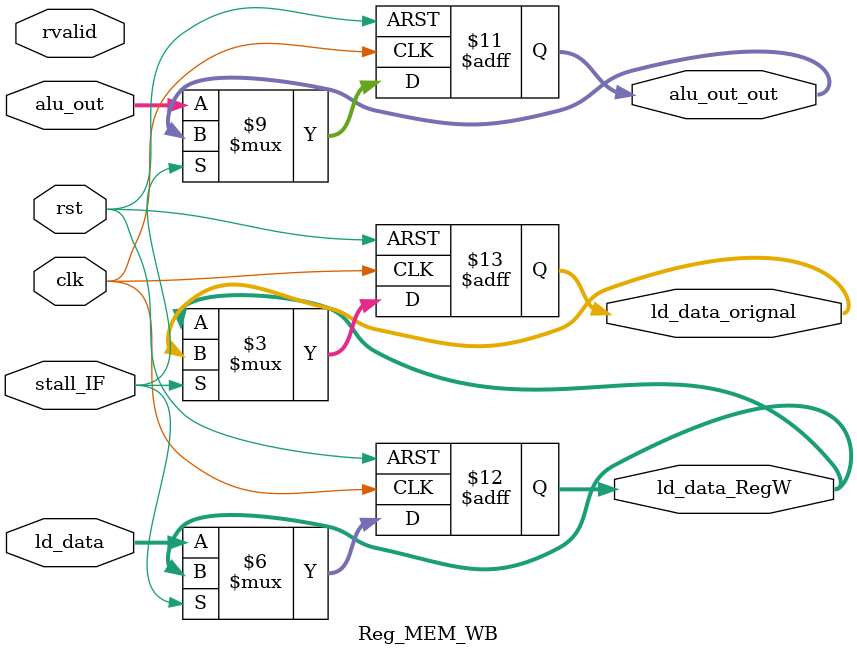
<source format=sv>
module Reg_MEM_WB(
    input clk,
    input rst,
    input [31:0] alu_out,
    input [31:0] ld_data,
    output reg [31:0] alu_out_out,
    output logic [31:0] ld_data_RegW,

    output logic [31:0] ld_data_orignal,
    input stall_IF,
    input rvalid
);
always @(posedge clk or posedge rst ) begin
    if(rst)begin
        alu_out_out<=32'd0;
        ld_data_RegW<=32'b0;
        ld_data_orignal<=32'b0;
    end
    else begin
        if(stall_IF) begin
            // if(rvalid)begin //??�M1???rvalid??��?��?��??�?�???��?????
                alu_out_out<=alu_out_out; //�?稱�?? ???27�?�????
                ld_data_RegW<=ld_data_RegW;

                ld_data_orignal<=ld_data_orignal;
            // end
            // else begin
            //     alu_out_out<=alu_out_out;
            //     ld_data_RegW<=ld_data_RegW;

            //     ld_data_orignal<=ld_data_orignal;
            // end
        end
        else begin
            alu_out_out<=alu_out;//??��?��?????
            ld_data_RegW<=ld_data; //?????��?��????��?��?????�?�???��?�stall_IF=1 and rvalid=1 ???�???�REG�?
            
            ld_data_orignal<=ld_data_RegW;
        end
    end
end
endmodule

</source>
